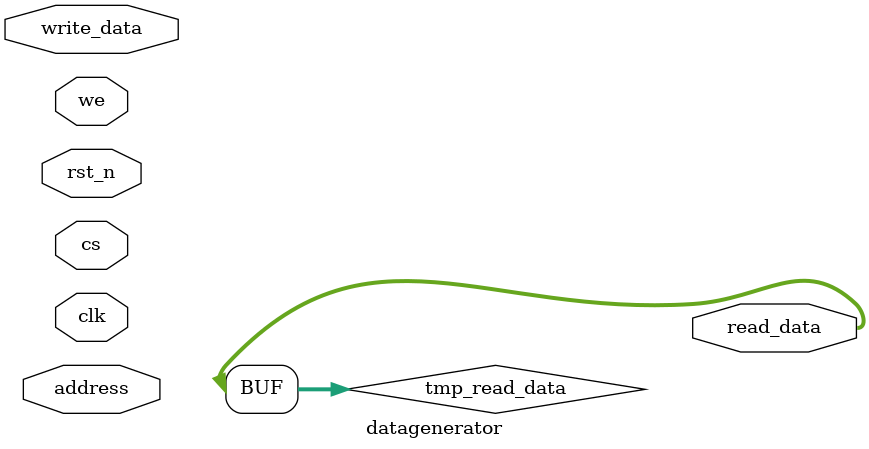
<source format=v>
module datagenerator(
    // Clock and reset.
    input wire           clk,
    input wire           rst_n,
    // Control.
    input wire           cs,
    input wire           we,
    // Data ports.
    input wire  [7 : 0]  address,
    input wire  [127: 0] write_data,
    output wire [127: 0] read_data
);


localparam ADDR_CTRL        = 8'h08;
localparam CTRL_INIT_BIT    = 0;
localparam CTRL_NEXT_BIT    = 1;
localparam ADDR_STATUS      = 8'h09;
localparam STATUS_READY_BIT = 0;
localparam STATUS_VALID_BIT = 1;
localparam ADDR_CONFIG      = 8'h0a;
localparam CTRL_ENCDEC_BIT  = 0;


reg                 init_reg;
reg                 init_new;
reg                 next_reg;
reg                 next_new;
reg                 encdec_reg;
reg                 config_we;
reg     [127: 0]    block_reg;
reg                 block_we;
reg     [127: 0]    key_reg;
reg                 key_we;
reg     [127: 0]    result_reg;
//  reg           valid_reg;
//  reg           ready_reg;


reg [127: 0]   tmp_read_data;
wire           core_encdec;
wire           core_init;
wire           core_next;
wire           core_ready;
wire [127 : 0] core_key;
wire [127 : 0] core_block;
wire [127 : 0] core_result;
wire           core_valid;


assign read_data = tmp_read_data;
assign core_key = key_reg;
assign core_block  = block_reg;
assign core_init   = init_reg;
assign core_next   = next_reg;
assign core_encdec = encdec_reg;


aes_core core(
    .clk(clk),
    .reset_n(rst_n),
    .encdec(core_encdec),
    .init(core_init),
    .next(core_next),
    .ready(core_ready),
    .key(core_key),
    .block(core_block),
    .result(core_result),
    .result_valid(core_valid)
);

lfsr lfsr(
    .clk(clk),
    .rst_n(rst_n),
    .require(),
    .random128()
);


always @ (posedge clk or negedge rst_n) begin : reg_update
    if (~rst_n) begin
        block_reg <= 128'h0;
        key_reg <= 128'hab7240f9_c5e0bb5e_ee8e34b6_bb84cfb0;			 
        init_reg   <= 1'b0;
        next_reg   <= 1'b0;
        encdec_reg <= 1'b0;
        result_reg <= 128'h0;
        //valid_reg  <= 1'b0;
        //ready_reg  <= 1'b0;
    end else begin
        //ready_reg  <= core_ready;
        //valid_reg  <= core_valid;
        result_reg <= core_result;
        init_reg   <= init_new;
        next_reg   <= next_new;

        if (config_we)
            encdec_reg <= write_data[CTRL_ENCDEC_BIT];

        if (key_we)
          key_reg <= write_data;

        if (block_we)
          block_reg <= write_data;
    end
end // reg_update


always @* begin : api
    init_new      = 1'b0;
    next_new      = 1'b0;
    config_we     = 1'b0;
    if (cs) begin
        if (we) begin
            if (address == ADDR_CTRL) begin
                  init_new = write_data[CTRL_INIT_BIT];
                  next_new = write_data[CTRL_NEXT_BIT];
            end
            if (address == ADDR_CONFIG)
                config_we = 1'b1;
        end
    end
end // addr_decoder


endmodule // aes

</source>
